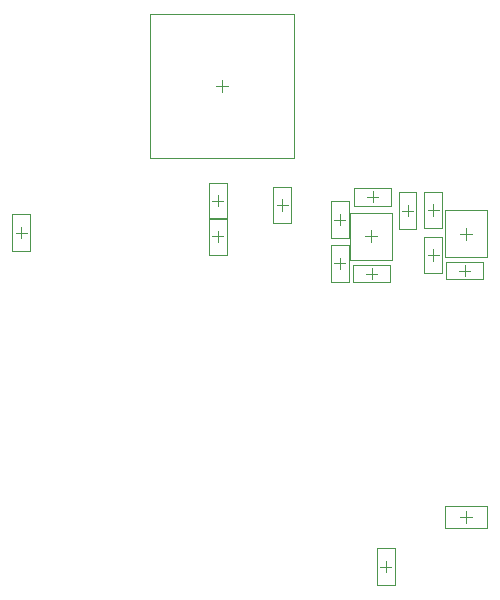
<source format=gbr>
G04 Layer_Color=32768*
%FSLAX45Y45*%
%MOMM*%
%TF.FileFunction,Other,Mechanical_15*%
%TF.Part,Single*%
G01*
G75*
%TA.AperFunction,NonConductor*%
%ADD97C,0.10000*%
%ADD98C,0.05000*%
D97*
X4510000Y5250000D02*
X4610000D01*
X4560002Y5199998D02*
Y5299998D01*
X4380003Y5050001D02*
Y5450000D01*
X4740002Y5050001D02*
Y5450000D01*
X4380003D02*
X4740002D01*
X4380003Y5050001D02*
X4740002D01*
X3707228Y5227968D02*
X3807228D01*
X3757225Y5177966D02*
Y5277966D01*
X3577226Y5027969D02*
Y5427968D01*
X3937225Y5027969D02*
Y5427968D01*
X3577226D02*
X3937225D01*
X3577226Y5027969D02*
X3937225D01*
X3613598Y5488108D02*
Y5638108D01*
X3923598Y5488108D02*
Y5638108D01*
X3613598Y5488108D02*
X3923598D01*
X3613598Y5638108D02*
X3923598D01*
X3721098Y5563108D02*
X3816098D01*
X3768598Y5515608D02*
Y5610608D01*
X3443576Y4997966D02*
X3538572D01*
X3491074Y4950468D02*
Y5045469D01*
X3566075Y4842965D02*
Y5152967D01*
X3416073Y4842965D02*
Y5152967D01*
Y4842965D02*
X3566075D01*
X3416073Y5152967D02*
X3566075D01*
X3416074Y5522968D02*
X3566074D01*
X3416074Y5212968D02*
X3566074D01*
X3416074D02*
Y5522968D01*
X3566074Y5212968D02*
Y5522968D01*
X3491074Y5320468D02*
Y5415468D01*
X3443574Y5367968D02*
X3538574D01*
X4547048Y4890758D02*
Y4985759D01*
X4499545Y4938261D02*
X4594546D01*
X4392047Y4863260D02*
X4702044D01*
X4392047Y5013262D02*
X4702044D01*
X4392047Y4863260D02*
Y5013262D01*
X4702044Y4863260D02*
Y5013262D01*
X4233836Y5070001D02*
X4328837D01*
X4281334Y5022498D02*
Y5117499D01*
X4356335Y4915000D02*
Y5225002D01*
X4206338Y4915000D02*
Y5225002D01*
Y4915000D02*
X4356335D01*
X4206338Y5225002D02*
X4356335D01*
X2929312Y5648676D02*
X3079312D01*
X2929312Y5338676D02*
X3079312D01*
X2929312D02*
Y5648676D01*
X3079312Y5338676D02*
Y5648676D01*
X3004312Y5446176D02*
Y5541176D01*
X2956812Y5493676D02*
X3051812D01*
X4560002Y2799998D02*
Y2899998D01*
X4510000Y2850000D02*
X4610000D01*
X4385001Y2945001D02*
X4734998D01*
X4385001Y2754999D02*
X4734998D01*
Y2945001D01*
X4385001Y2754999D02*
Y2945001D01*
X3761069Y4865365D02*
Y4960366D01*
X3713566Y4912868D02*
X3808567D01*
X3606068Y4987869D02*
X3916070D01*
X3606068Y4837867D02*
X3916070D01*
Y4987869D01*
X3606068Y4837867D02*
Y4987869D01*
X2383482Y5373084D02*
X2533482D01*
X2383482Y5683084D02*
X2533482D01*
Y5373084D02*
Y5683084D01*
X2383482Y5373084D02*
Y5683084D01*
X2458482Y5480584D02*
Y5575584D01*
X2410982Y5528084D02*
X2505982D01*
X2410985Y5228085D02*
X2505981D01*
X2458483Y5180582D02*
Y5275583D01*
X2533484Y5073084D02*
Y5383086D01*
X2383481Y5073084D02*
Y5383086D01*
Y5073084D02*
X2533484D01*
X2383481Y5383086D02*
X2533484D01*
X4017204Y5444412D02*
X4112205D01*
X4064702Y5396914D02*
Y5491910D01*
X3989706Y5289411D02*
Y5599413D01*
X4139703Y5289411D02*
Y5599413D01*
X3989706D02*
X4139703D01*
X3989706Y5289411D02*
X4139703D01*
X747498Y5259998D02*
X842499D01*
X795001Y5212500D02*
Y5307501D01*
X720000Y5105002D02*
Y5414999D01*
X870002Y5105002D02*
Y5414999D01*
X720000D02*
X870002D01*
X720000Y5105002D02*
X870002D01*
X4233836Y5450000D02*
X4328837D01*
X4281334Y5402502D02*
Y5497498D01*
X4356335Y5294999D02*
Y5605001D01*
X4206338Y5294999D02*
Y5605001D01*
Y5294999D02*
X4356335D01*
X4206338Y5605001D02*
X4356335D01*
X3832501Y2430001D02*
X3927502D01*
X3879999Y2382498D02*
Y2477499D01*
X3955000Y2275000D02*
Y2585002D01*
X3805003Y2275000D02*
Y2585002D01*
Y2275000D02*
X3955000D01*
X3805003Y2585002D02*
X3955000D01*
X2492802Y6450572D02*
Y6550572D01*
X2442802Y6500572D02*
X2542802D01*
D98*
X3102802Y5890572D02*
Y7110572D01*
X1882802D02*
X3102802D01*
X1882802Y5890572D02*
X3102802D01*
X1882802D02*
Y7110572D01*
%TF.MD5,f82296e886fb4101db6556f1a8b9be8b*%
M02*

</source>
